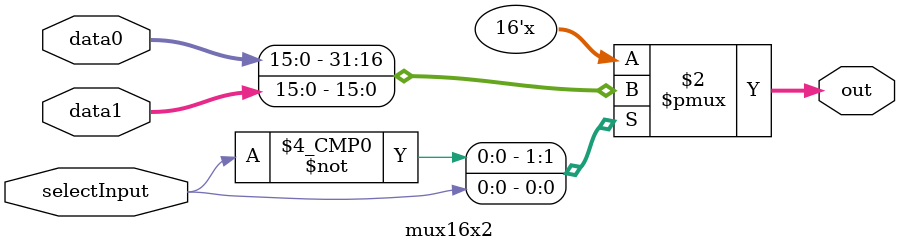
<source format=v>
`ifndef _MUX
`define _MUX

module mux16x8(data0, data1, data2, data3, data4, data5, data6, data7, selectInput, out);  output reg [15:0] out;
	input  [15:0] data0, data1, data2, data3, data4, data5, data6, data7;
	input  [2:0] selectInput;
	
	always@(data0 or data1 or data2 or data3 or data4 or data5 or data6 or data7 or selectInput) begin
		case(selectInput)
			0: out = data0;
			1: out = data1;
			2: out = data2;
			3: out = data3;
			4: out = data4;
			5: out = data5;
			6: out = data6;
			7: out = data7;
		endcase
	end
	
endmodule


module mux16x4(data0, data1, data2, data3, selectInput, out);  output reg [15:0] out;
	input  [15:0] data0, data1, data2, data3;
	input  [1:0] selectInput;
	
	always@(data0 or data1 or data2 or data3 or selectInput) begin
		case(selectInput)
			0: out = data0;
			1: out = data1;
			2: out = data2;
			3: out = data3;
		endcase
	end
	
endmodule


module mux16x2(data0, data1, selectInput, out);  output reg [15:0] out;
	input  [15:0] data0, data1;
	input  selectInput;
	
	always@(data0 or data1 or selectInput) begin
		case(selectInput)
			0: out = data0;
			1: out = data1;
		endcase
	end
	
endmodule

`endif

</source>
